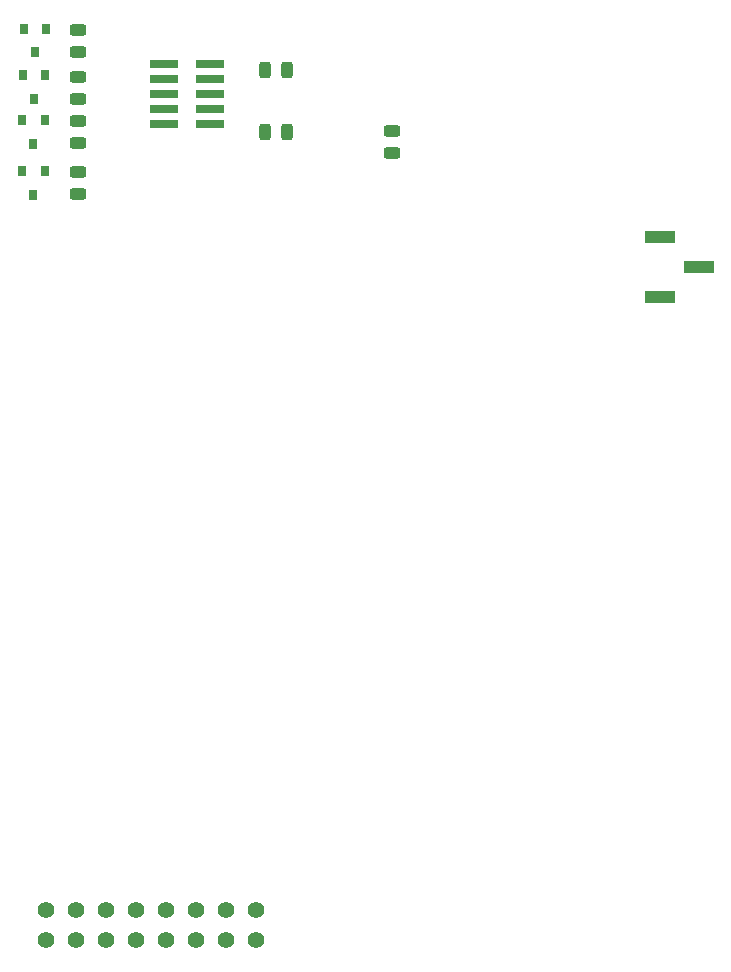
<source format=gbr>
%TF.GenerationSoftware,KiCad,Pcbnew,(6.0.1-0)*%
%TF.CreationDate,2022-04-07T21:47:18+00:00*%
%TF.ProjectId,fjol,666a6f6c-2e6b-4696-9361-645f70636258,rev?*%
%TF.SameCoordinates,Original*%
%TF.FileFunction,Paste,Bot*%
%TF.FilePolarity,Positive*%
%FSLAX46Y46*%
G04 Gerber Fmt 4.6, Leading zero omitted, Abs format (unit mm)*
G04 Created by KiCad (PCBNEW (6.0.1-0)) date 2022-04-07 21:47:18*
%MOMM*%
%LPD*%
G01*
G04 APERTURE LIST*
G04 Aperture macros list*
%AMRoundRect*
0 Rectangle with rounded corners*
0 $1 Rounding radius*
0 $2 $3 $4 $5 $6 $7 $8 $9 X,Y pos of 4 corners*
0 Add a 4 corners polygon primitive as box body*
4,1,4,$2,$3,$4,$5,$6,$7,$8,$9,$2,$3,0*
0 Add four circle primitives for the rounded corners*
1,1,$1+$1,$2,$3*
1,1,$1+$1,$4,$5*
1,1,$1+$1,$6,$7*
1,1,$1+$1,$8,$9*
0 Add four rect primitives between the rounded corners*
20,1,$1+$1,$2,$3,$4,$5,0*
20,1,$1+$1,$4,$5,$6,$7,0*
20,1,$1+$1,$6,$7,$8,$9,0*
20,1,$1+$1,$8,$9,$2,$3,0*%
G04 Aperture macros list end*
%ADD10R,2.400000X0.740000*%
%ADD11RoundRect,0.243750X0.243750X0.456250X-0.243750X0.456250X-0.243750X-0.456250X0.243750X-0.456250X0*%
%ADD12RoundRect,0.243750X0.456250X-0.243750X0.456250X0.243750X-0.456250X0.243750X-0.456250X-0.243750X0*%
%ADD13R,2.510000X1.000000*%
%ADD14R,0.800000X0.900000*%
%ADD15RoundRect,0.243750X-0.456250X0.243750X-0.456250X-0.243750X0.456250X-0.243750X0.456250X0.243750X0*%
%ADD16C,1.422400*%
G04 APERTURE END LIST*
D10*
%TO.C,J2*%
X231235800Y-80568800D03*
X227335800Y-80568800D03*
X231235800Y-81838800D03*
X227335800Y-81838800D03*
X231235800Y-83108800D03*
X227335800Y-83108800D03*
X231235800Y-84378800D03*
X227335800Y-84378800D03*
X231235800Y-85648800D03*
X227335800Y-85648800D03*
%TD*%
D11*
%TO.C,R59*%
X237739400Y-81076800D03*
X235864400Y-81076800D03*
%TD*%
%TO.C,R61*%
X237739400Y-86309200D03*
X235864400Y-86309200D03*
%TD*%
D12*
%TO.C,C49*%
X246608600Y-88036400D03*
X246608600Y-86161400D03*
%TD*%
D13*
%TO.C,J4*%
X269290800Y-95199200D03*
X272600800Y-97739200D03*
X269290800Y-100279200D03*
%TD*%
D14*
%TO.C,Q2*%
X215422400Y-77533500D03*
X217322400Y-77533500D03*
X216372400Y-79533500D03*
%TD*%
%TO.C,Q3*%
X215295400Y-85280500D03*
X217195400Y-85280500D03*
X216245400Y-87280500D03*
%TD*%
%TO.C,Q4*%
X215356400Y-81486500D03*
X217256400Y-81486500D03*
X216306400Y-83486500D03*
%TD*%
%TO.C,Q5*%
X215290400Y-89598500D03*
X217190400Y-89598500D03*
X216240400Y-91598500D03*
%TD*%
D15*
%TO.C,R46*%
X219989400Y-77627000D03*
X219989400Y-79502000D03*
%TD*%
%TO.C,R47*%
X220052900Y-85374000D03*
X220052900Y-87249000D03*
%TD*%
%TO.C,R56*%
X220052900Y-81597500D03*
X220052900Y-83472500D03*
%TD*%
%TO.C,R57*%
X220052900Y-89662000D03*
X220052900Y-91537000D03*
%TD*%
D16*
%TO.C,J1*%
X217322400Y-152196800D03*
X217322400Y-154736800D03*
X219862400Y-152196800D03*
X219862400Y-154736800D03*
X222402400Y-152196800D03*
X222402400Y-154736800D03*
X224942400Y-152196800D03*
X224942400Y-154736800D03*
X227482400Y-152196800D03*
X227482400Y-154736800D03*
X230022400Y-152196800D03*
X230022400Y-154736800D03*
X232562400Y-152196800D03*
X232562400Y-154736800D03*
X235102400Y-152196800D03*
X235102400Y-154736800D03*
%TD*%
M02*

</source>
